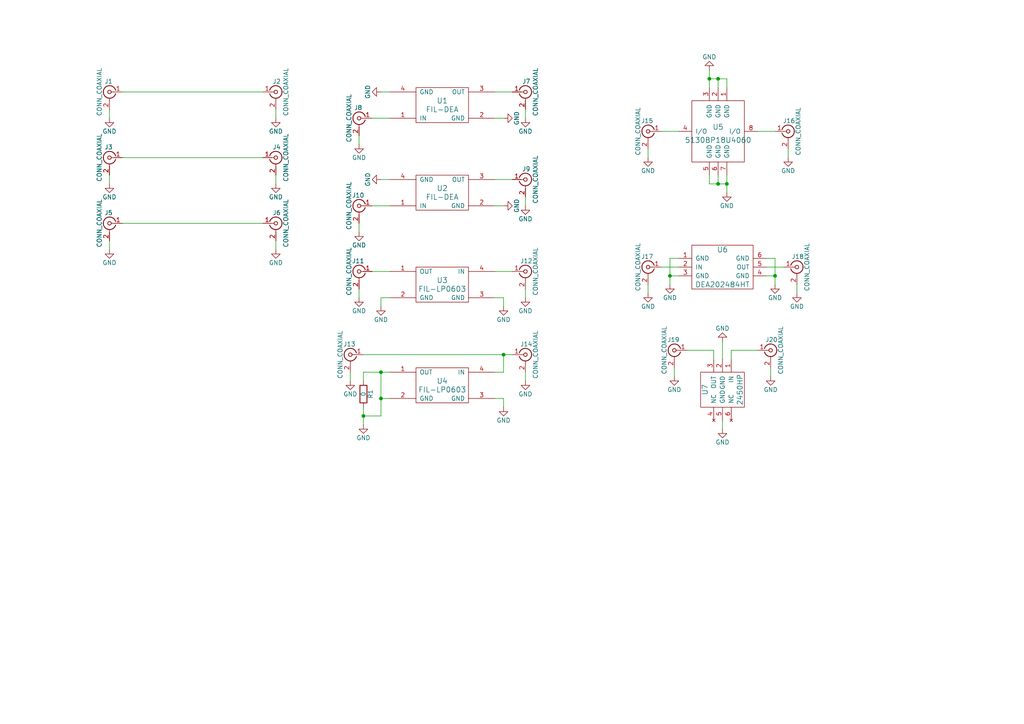
<source format=kicad_sch>
(kicad_sch (version 20230121) (generator eeschema)
  (paper "A4")
  (lib_symbols
    (symbol "filters-rescue:2450HP" (pin_names (offset 1.016))
      (property "Reference" "U" (at -5.08 0 90))
      (property "Value" "2450HP" (at 5.08 0 90))
      (symbol "2450HP_0_1"
        (rectangle (start -6.35 5.08) (end 6.35 -5.08))
      )
      (symbol "2450HP_1_1"
        (pin bidirectional line (at 2.54 8.89 270) (length 3.81) (name "IN") (number "1"))
        (pin passive line (at 0 8.89 270) (length 3.81) (name "GND") (number "2"))
        (pin bidirectional line (at -2.54 8.89 270) (length 3.81) (name "OUT") (number "3"))
        (pin no_connect line (at -2.54 -8.89 90) (length 3.81) (name "NC") (number "4"))
        (pin passive line (at 0 -8.89 90) (length 3.81) (name "GND") (number "5"))
        (pin no_connect line (at 2.54 -8.89 90) (length 3.81) (name "NC") (number "6"))
      )
    )
    (symbol "filters-rescue:5130BP18U4060" (pin_names (offset 1.016))
      (property "Reference" "U" (at 0 1.27 0))
      (property "Value" "5130BP18U4060" (at 0 -2.54 0))
      (symbol "5130BP18U4060_0_1"
        (rectangle (start -7.62 8.89) (end 7.62 -8.89))
      )
      (symbol "5130BP18U4060_1_1"
        (pin passive line (at 2.54 12.7 270) (length 3.81) (name "GND") (number "1"))
        (pin passive line (at 0 12.7 270) (length 3.81) (name "GND") (number "2"))
        (pin passive line (at -2.54 12.7 270) (length 3.81) (name "GND") (number "3"))
        (pin bidirectional line (at -11.43 0 0) (length 3.81) (name "I/O") (number "4"))
        (pin passive line (at -2.54 -12.7 90) (length 3.81) (name "GND") (number "5"))
        (pin passive line (at 0 -12.7 90) (length 3.81) (name "GND") (number "6"))
        (pin passive line (at 2.54 -12.7 90) (length 3.81) (name "GND") (number "7"))
        (pin bidirectional line (at 11.43 0 180) (length 3.81) (name "I/O") (number "8"))
      )
    )
    (symbol "filters-rescue:CONN_COAXIAL" (pin_names (offset 1.016) hide)
      (property "Reference" "J" (at 0.254 3.048 0))
      (property "Value" "CONN_COAXIAL" (at 2.921 0 90))
      (symbol "CONN_COAXIAL_0_1"
        (arc (start -1.778 -0.508) (mid 0.2311 -1.8066) (end 1.778 0) (stroke (width 0.254)))
        (polyline (pts (xy -1.27 0) (xy -0.508 0)))
        (polyline (pts (xy 0 -2.54) (xy 0 -1.778)))
        (circle (center 0 0) (radius 0.508) (stroke (width 0.2032)))
        (arc (start 1.778 0) (mid 0.2099 1.8101) (end -1.778 0.508) (stroke (width 0.254)))
      )
      (symbol "CONN_COAXIAL_1_1"
        (pin passive line (at -3.81 0 0) (length 2.54) (name "In") (number "1"))
        (pin passive line (at 0 -5.08 90) (length 2.54) (name "Ext") (number "2"))
      )
    )
    (symbol "filters-rescue:DEA202484HT" (pin_names (offset 1.016))
      (property "Reference" "U" (at -5.08 0 90))
      (property "Value" "DEA202484HT" (at 5.08 0 90))
      (symbol "DEA202484HT_0_1"
        (rectangle (start -6.35 8.89) (end 6.35 -8.89))
      )
      (symbol "DEA202484HT_1_1"
        (pin passive line (at -2.54 -12.7 90) (length 3.81) (name "GND") (number "1"))
        (pin bidirectional line (at 0 -12.7 90) (length 3.81) (name "IN") (number "2"))
        (pin passive line (at 2.54 -12.7 90) (length 3.81) (name "GND") (number "3"))
        (pin passive line (at 2.54 12.7 270) (length 3.81) (name "GND") (number "4"))
        (pin bidirectional line (at 0 12.7 270) (length 3.81) (name "OUT") (number "5"))
        (pin passive line (at -2.54 12.7 270) (length 3.81) (name "GND") (number "6"))
      )
    )
    (symbol "filters-rescue:FIL-DEA" (pin_names (offset 1.016))
      (property "Reference" "U" (at 0 1.27 0))
      (property "Value" "FIL-DEA" (at 0 -1.27 0))
      (symbol "FIL-DEA_0_1"
        (rectangle (start -7.62 5.08) (end 7.62 -5.08))
      )
      (symbol "FIL-DEA_1_1"
        (pin bidirectional line (at -15.24 -3.81 0) (length 7.62) (name "IN") (number "1"))
        (pin power_in line (at 15.24 -3.81 180) (length 7.62) (name "GND") (number "2"))
        (pin bidirectional line (at 15.24 3.81 180) (length 7.62) (name "OUT") (number "3"))
        (pin power_in line (at -15.24 3.81 0) (length 7.62) (name "GND") (number "4"))
      )
    )
    (symbol "filters-rescue:FIL-LP0603" (pin_names (offset 1.016))
      (property "Reference" "U" (at 0 1.27 0))
      (property "Value" "FIL-LP0603" (at 0 -1.27 0))
      (symbol "FIL-LP0603_0_1"
        (rectangle (start -7.62 5.08) (end 7.62 -5.08))
      )
      (symbol "FIL-LP0603_1_1"
        (pin bidirectional line (at -15.24 3.81 0) (length 7.62) (name "OUT") (number "1"))
        (pin power_in line (at -15.24 -3.81 0) (length 7.62) (name "GND") (number "2"))
        (pin power_in line (at 15.24 -3.81 180) (length 7.62) (name "GND") (number "3"))
        (pin bidirectional line (at 15.24 3.81 180) (length 7.62) (name "IN") (number "4"))
      )
    )
    (symbol "filters-rescue:GND" (power) (pin_names (offset 0))
      (property "Value" "GND" (at 0 -3.81 0))
      (symbol "GND_0_1"
        (polyline (pts (xy 0 0) (xy 0 -1.27) (xy 1.27 -1.27) (xy 0 -2.54) (xy -1.27 -1.27) (xy 0 -1.27)))
      )
      (symbol "GND_1_1"
        (pin power_in line (at 0 0 270) (length 0) hide (name "GND") (number "1"))
      )
    )
    (symbol "filters-rescue:R" (pin_numbers hide) (pin_names (offset 0))
      (property "Reference" "R" (at 2.032 0 90))
      (property "Value" "R" (at 0 0 90))
      (symbol "R_0_1"
        (rectangle (start -1.016 -2.54) (end 1.016 2.54) (stroke (width 0.254)))
      )
      (symbol "R_1_1"
        (pin passive line (at 0 3.81 270) (length 1.27) (name "~") (number "1"))
        (pin passive line (at 0 -3.81 90) (length 1.27) (name "~") (number "2"))
      )
    )
  )
  (junction (at 205.74 22.86))
  (junction (at 110.49 115.57))
  (junction (at 210.82 53.34))
  (junction (at 194.31 80.01))
  (junction (at 105.41 120.65))
  (junction (at 208.28 53.34))
  (junction (at 110.49 107.95))
  (junction (at 146.05 102.87))
  (junction (at 208.28 22.86))
  (junction (at 224.79 80.01))
  (wire (pts (xy 212.09 101.6) (xy 219.71 101.6)))
  (wire (pts (xy 104.14 41.91) (xy 104.14 39.37)))
  (wire (pts (xy 113.03 59.69) (xy 107.95 59.69)))
  (wire (pts (xy 210.82 53.34) (xy 210.82 55.88)))
  (wire (pts (xy 143.51 26.67) (xy 148.59 26.67)))
  (wire (pts (xy 196.85 77.47) (xy 191.77 77.47)))
  (wire (pts (xy 143.51 115.57) (xy 146.05 115.57)))
  (wire (pts (xy 35.56 26.67) (xy 76.2 26.67)))
  (wire (pts (xy 208.28 22.86) (xy 210.82 22.86)))
  (wire (pts (xy 208.28 50.8) (xy 208.28 53.34)))
  (wire (pts (xy 110.49 115.57) (xy 110.49 120.65)))
  (wire (pts (xy 146.05 34.29) (xy 143.51 34.29)))
  (wire (pts (xy 222.25 74.93) (xy 224.79 74.93)))
  (wire (pts (xy 195.58 109.22) (xy 195.58 106.68)))
  (wire (pts (xy 194.31 74.93) (xy 194.31 80.01)))
  (wire (pts (xy 196.85 38.1) (xy 191.77 38.1)))
  (wire (pts (xy 146.05 115.57) (xy 146.05 118.11)))
  (wire (pts (xy 152.4 31.75) (xy 152.4 34.29)))
  (wire (pts (xy 146.05 107.95) (xy 143.51 107.95)))
  (wire (pts (xy 104.14 64.77) (xy 104.14 67.31)))
  (wire (pts (xy 205.74 50.8) (xy 205.74 53.34)))
  (wire (pts (xy 31.75 53.34) (xy 31.75 50.8)))
  (wire (pts (xy 148.59 78.74) (xy 143.51 78.74)))
  (wire (pts (xy 223.52 106.68) (xy 223.52 109.22)))
  (wire (pts (xy 105.41 102.87) (xy 146.05 102.87)))
  (wire (pts (xy 205.74 22.86) (xy 208.28 22.86)))
  (wire (pts (xy 228.6 43.18) (xy 228.6 45.72)))
  (wire (pts (xy 210.82 22.86) (xy 210.82 25.4)))
  (wire (pts (xy 205.74 22.86) (xy 205.74 25.4)))
  (wire (pts (xy 110.49 120.65) (xy 105.41 120.65)))
  (wire (pts (xy 105.41 107.95) (xy 110.49 107.95)))
  (wire (pts (xy 110.49 88.9) (xy 110.49 86.36)))
  (wire (pts (xy 194.31 74.93) (xy 196.85 74.93)))
  (wire (pts (xy 152.4 86.36) (xy 152.4 83.82)))
  (wire (pts (xy 110.49 86.36) (xy 113.03 86.36)))
  (wire (pts (xy 210.82 50.8) (xy 210.82 53.34)))
  (wire (pts (xy 105.41 118.11) (xy 105.41 120.65)))
  (wire (pts (xy 208.28 25.4) (xy 208.28 22.86)))
  (wire (pts (xy 209.55 121.92) (xy 209.55 124.46)))
  (wire (pts (xy 146.05 86.36) (xy 146.05 88.9)))
  (wire (pts (xy 110.49 52.07) (xy 113.03 52.07)))
  (wire (pts (xy 224.79 74.93) (xy 224.79 80.01)))
  (wire (pts (xy 110.49 107.95) (xy 110.49 115.57)))
  (wire (pts (xy 101.6 110.49) (xy 101.6 107.95)))
  (wire (pts (xy 31.75 72.39) (xy 31.75 69.85)))
  (wire (pts (xy 110.49 115.57) (xy 113.03 115.57)))
  (wire (pts (xy 209.55 99.06) (xy 209.55 104.14)))
  (wire (pts (xy 31.75 34.29) (xy 31.75 31.75)))
  (wire (pts (xy 143.51 86.36) (xy 146.05 86.36)))
  (wire (pts (xy 113.03 34.29) (xy 107.95 34.29)))
  (wire (pts (xy 110.49 26.67) (xy 113.03 26.67)))
  (wire (pts (xy 208.28 53.34) (xy 210.82 53.34)))
  (wire (pts (xy 146.05 102.87) (xy 148.59 102.87)))
  (wire (pts (xy 107.95 78.74) (xy 113.03 78.74)))
  (wire (pts (xy 143.51 52.07) (xy 148.59 52.07)))
  (wire (pts (xy 187.96 85.09) (xy 187.96 82.55)))
  (wire (pts (xy 207.01 101.6) (xy 207.01 104.14)))
  (wire (pts (xy 152.4 57.15) (xy 152.4 59.69)))
  (wire (pts (xy 110.49 107.95) (xy 113.03 107.95)))
  (wire (pts (xy 219.71 38.1) (xy 224.79 38.1)))
  (wire (pts (xy 80.01 53.34) (xy 80.01 50.8)))
  (wire (pts (xy 194.31 80.01) (xy 194.31 82.55)))
  (wire (pts (xy 205.74 53.34) (xy 208.28 53.34)))
  (wire (pts (xy 222.25 80.01) (xy 224.79 80.01)))
  (wire (pts (xy 80.01 34.29) (xy 80.01 31.75)))
  (wire (pts (xy 105.41 120.65) (xy 105.41 123.19)))
  (wire (pts (xy 146.05 59.69) (xy 143.51 59.69)))
  (wire (pts (xy 35.56 64.77) (xy 76.2 64.77)))
  (wire (pts (xy 231.14 82.55) (xy 231.14 85.09)))
  (wire (pts (xy 105.41 107.95) (xy 105.41 110.49)))
  (wire (pts (xy 104.14 83.82) (xy 104.14 86.36)))
  (wire (pts (xy 207.01 101.6) (xy 199.39 101.6)))
  (wire (pts (xy 212.09 101.6) (xy 212.09 104.14)))
  (wire (pts (xy 224.79 80.01) (xy 224.79 82.55)))
  (wire (pts (xy 187.96 45.72) (xy 187.96 43.18)))
  (wire (pts (xy 146.05 102.87) (xy 146.05 107.95)))
  (wire (pts (xy 205.74 20.32) (xy 205.74 22.86)))
  (wire (pts (xy 152.4 110.49) (xy 152.4 107.95)))
  (wire (pts (xy 35.56 45.72) (xy 76.2 45.72)))
  (wire (pts (xy 80.01 72.39) (xy 80.01 69.85)))
  (wire (pts (xy 222.25 77.47) (xy 227.33 77.47)))
  (wire (pts (xy 196.85 80.01) (xy 194.31 80.01)))
  (symbol (lib_id "filters-rescue:FIL-DEA") (at 128.27 30.48 0) (unit 1)
    (property "Reference" "U1" (at 128.27 29.21 0) (effects (font (size 1.524 1.524))))
    (property "Value" "FIL-DEA" (at 128.27 31.75 0) (effects (font (size 1.524 1.524))))
    (property "Footprint" "gsg-modules:FIL-DEA-0603" (effects hide))
  )
  (symbol (lib_id "filters-rescue:CONN_COAXIAL") (at 80.01 64.77 0) (unit 1)
    (property "Reference" "J6" (at 80.264 61.722 0))
    (property "Value" "CONN_COAXIAL" (at 82.931 64.77 90))
    (property "Footprint" "gsg-modules:SMA-EDGE" (effects hide))
  )
  (symbol (lib_id "filters-rescue:CONN_COAXIAL") (at 31.75 64.77 0) (mirror y) (unit 1)
    (property "Reference" "J5" (at 31.496 61.722 0))
    (property "Value" "CONN_COAXIAL" (at 28.829 64.77 90))
    (property "Footprint" "gsg-modules:SMA-EDGE" (effects hide))
  )
  (symbol (lib_id "filters-rescue:FIL-LP0603") (at 128.27 82.55 0) (unit 1)
    (property "Reference" "U3" (at 128.27 81.28 0) (effects (font (size 1.524 1.524))))
    (property "Value" "FIL-LP0603" (at 128.27 83.82 0) (effects (font (size 1.524 1.524))))
    (property "Footprint" "gsg-modules:LP0603" (effects hide))
  )
  (symbol (lib_id "filters-rescue:CONN_COAXIAL") (at 104.14 34.29 0) (mirror y) (unit 1)
    (property "Reference" "J8" (at 103.886 31.242 0))
    (property "Value" "CONN_COAXIAL" (at 101.219 34.29 90))
    (property "Footprint" "gsg-modules:SMA-EDGE" (effects hide))
  )
  (symbol (lib_id "filters-rescue:CONN_COAXIAL") (at 152.4 26.67 0) (unit 1)
    (property "Reference" "J7" (at 152.654 23.622 0))
    (property "Value" "CONN_COAXIAL" (at 155.321 26.67 90))
    (property "Footprint" "gsg-modules:SMA-EDGE" (effects hide))
  )
  (symbol (lib_id "filters-rescue:CONN_COAXIAL") (at 80.01 45.72 0) (unit 1)
    (property "Reference" "J4" (at 80.264 42.672 0))
    (property "Value" "CONN_COAXIAL" (at 82.931 45.72 90))
    (property "Footprint" "gsg-modules:SMA-EDGE" (effects hide))
  )
  (symbol (lib_id "filters-rescue:CONN_COAXIAL") (at 31.75 45.72 0) (mirror y) (unit 1)
    (property "Reference" "J3" (at 31.496 42.672 0))
    (property "Value" "CONN_COAXIAL" (at 28.829 45.72 90))
    (property "Footprint" "gsg-modules:SMA-EDGE" (effects hide))
  )
  (symbol (lib_id "filters-rescue:CONN_COAXIAL") (at 80.01 26.67 0) (unit 1)
    (property "Reference" "J2" (at 80.264 23.622 0))
    (property "Value" "CONN_COAXIAL" (at 82.931 26.67 90))
    (property "Footprint" "gsg-modules:SMA-EDGE" (effects hide))
  )
  (symbol (lib_id "filters-rescue:CONN_COAXIAL") (at 31.75 26.67 0) (mirror y) (unit 1)
    (property "Reference" "J1" (at 31.496 23.622 0))
    (property "Value" "CONN_COAXIAL" (at 28.829 26.67 90))
    (property "Footprint" "gsg-modules:SMA-EDGE" (effects hide))
  )
  (symbol (lib_id "filters-rescue:FIL-DEA") (at 128.27 55.88 0) (unit 1)
    (property "Reference" "U2" (at 128.27 54.61 0) (effects (font (size 1.524 1.524))))
    (property "Value" "FIL-DEA" (at 128.27 57.15 0) (effects (font (size 1.524 1.524))))
    (property "Footprint" "gsg-modules:FIL-DEA-0603" (effects hide))
  )
  (symbol (lib_id "filters-rescue:CONN_COAXIAL") (at 104.14 59.69 0) (mirror y) (unit 1)
    (property "Reference" "J10" (at 103.886 56.642 0))
    (property "Value" "CONN_COAXIAL" (at 101.219 59.69 90))
    (property "Footprint" "gsg-modules:SMA-EDGE" (effects hide))
  )
  (symbol (lib_id "filters-rescue:CONN_COAXIAL") (at 152.4 52.07 0) (unit 1)
    (property "Reference" "J9" (at 152.654 49.022 0))
    (property "Value" "CONN_COAXIAL" (at 155.321 52.07 90))
    (property "Footprint" "gsg-modules:SMA-EDGE" (effects hide))
  )
  (symbol (lib_id "filters-rescue:CONN_COAXIAL") (at 104.14 78.74 0) (mirror y) (unit 1)
    (property "Reference" "J11" (at 103.886 75.692 0))
    (property "Value" "CONN_COAXIAL" (at 101.219 78.74 90))
    (property "Footprint" "gsg-modules:SMA-EDGE" (effects hide))
  )
  (symbol (lib_id "filters-rescue:CONN_COAXIAL") (at 152.4 78.74 0) (unit 1)
    (property "Reference" "J12" (at 152.654 75.692 0))
    (property "Value" "CONN_COAXIAL" (at 155.321 78.74 90))
    (property "Footprint" "gsg-modules:SMA-EDGE" (effects hide))
  )
  (symbol (lib_id "filters-rescue:FIL-LP0603") (at 128.27 111.76 0) (unit 1)
    (property "Reference" "U4" (at 128.27 110.49 0) (effects (font (size 1.524 1.524))))
    (property "Value" "FIL-LP0603" (at 128.27 113.03 0) (effects (font (size 1.524 1.524))))
    (property "Footprint" "gsg-modules:LP0603" (effects hide))
  )
  (symbol (lib_id "filters-rescue:CONN_COAXIAL") (at 101.6 102.87 0) (mirror y) (unit 1)
    (property "Reference" "J13" (at 101.346 99.822 0))
    (property "Value" "CONN_COAXIAL" (at 98.679 102.87 90))
    (property "Footprint" "gsg-modules:SMA-EDGE" (effects hide))
  )
  (symbol (lib_id "filters-rescue:CONN_COAXIAL") (at 152.4 102.87 0) (unit 1)
    (property "Reference" "J14" (at 152.654 99.822 0))
    (property "Value" "CONN_COAXIAL" (at 155.321 102.87 90))
    (property "Footprint" "gsg-modules:SMA-EDGE" (effects hide))
  )
  (symbol (lib_id "filters-rescue:GND") (at 105.41 123.19 0) (unit 1)
    (property "Reference" "#PWR01" (effects hide))
    (property "Value" "GND" (at 105.41 127 0))
  )
  (symbol (lib_id "filters-rescue:GND") (at 146.05 118.11 0) (unit 1)
    (property "Reference" "#PWR02" (effects hide))
    (property "Value" "GND" (at 146.05 121.92 0))
  )
  (symbol (lib_id "filters-rescue:GND") (at 152.4 110.49 0) (unit 1)
    (property "Reference" "#PWR03" (effects hide))
    (property "Value" "GND" (at 152.4 114.3 0))
  )
  (symbol (lib_id "filters-rescue:GND") (at 101.6 110.49 0) (unit 1)
    (property "Reference" "#PWR04" (effects hide))
    (property "Value" "GND" (at 101.6 114.3 0))
  )
  (symbol (lib_id "filters-rescue:GND") (at 104.14 86.36 0) (unit 1)
    (property "Reference" "#PWR05" (effects hide))
    (property "Value" "GND" (at 104.14 90.17 0))
  )
  (symbol (lib_id "filters-rescue:GND") (at 152.4 86.36 0) (unit 1)
    (property "Reference" "#PWR06" (effects hide))
    (property "Value" "GND" (at 152.4 90.17 0))
  )
  (symbol (lib_id "filters-rescue:GND") (at 146.05 88.9 0) (unit 1)
    (property "Reference" "#PWR07" (effects hide))
    (property "Value" "GND" (at 146.05 92.71 0))
  )
  (symbol (lib_id "filters-rescue:GND") (at 110.49 88.9 0) (unit 1)
    (property "Reference" "#PWR08" (effects hide))
    (property "Value" "GND" (at 110.49 92.71 0))
  )
  (symbol (lib_id "filters-rescue:GND") (at 152.4 59.69 0) (unit 1)
    (property "Reference" "#PWR09" (effects hide))
    (property "Value" "GND" (at 152.4 63.5 0))
  )
  (symbol (lib_id "filters-rescue:GND") (at 104.14 67.31 0) (unit 1)
    (property "Reference" "#PWR010" (effects hide))
    (property "Value" "GND" (at 104.14 71.12 0))
  )
  (symbol (lib_id "filters-rescue:GND") (at 146.05 59.69 90) (unit 1)
    (property "Reference" "#PWR011" (effects hide))
    (property "Value" "GND" (at 149.86 59.69 0))
  )
  (symbol (lib_id "filters-rescue:GND") (at 110.49 52.07 270) (unit 1)
    (property "Reference" "#PWR012" (effects hide))
    (property "Value" "GND" (at 106.68 52.07 0))
  )
  (symbol (lib_id "filters-rescue:GND") (at 146.05 34.29 90) (unit 1)
    (property "Reference" "#PWR013" (effects hide))
    (property "Value" "GND" (at 149.86 34.29 0))
  )
  (symbol (lib_id "filters-rescue:GND") (at 110.49 26.67 270) (unit 1)
    (property "Reference" "#PWR014" (effects hide))
    (property "Value" "GND" (at 106.68 26.67 0))
  )
  (symbol (lib_id "filters-rescue:GND") (at 152.4 34.29 0) (unit 1)
    (property "Reference" "#PWR015" (effects hide))
    (property "Value" "GND" (at 152.4 38.1 0))
  )
  (symbol (lib_id "filters-rescue:GND") (at 104.14 41.91 0) (unit 1)
    (property "Reference" "#PWR016" (effects hide))
    (property "Value" "GND" (at 104.14 45.72 0))
  )
  (symbol (lib_id "filters-rescue:GND") (at 31.75 72.39 0) (unit 1)
    (property "Reference" "#PWR017" (effects hide))
    (property "Value" "GND" (at 31.75 76.2 0))
  )
  (symbol (lib_id "filters-rescue:GND") (at 80.01 72.39 0) (unit 1)
    (property "Reference" "#PWR018" (effects hide))
    (property "Value" "GND" (at 80.01 76.2 0))
  )
  (symbol (lib_id "filters-rescue:GND") (at 80.01 53.34 0) (unit 1)
    (property "Reference" "#PWR019" (effects hide))
    (property "Value" "GND" (at 80.01 57.15 0))
  )
  (symbol (lib_id "filters-rescue:GND") (at 80.01 34.29 0) (unit 1)
    (property "Reference" "#PWR020" (effects hide))
    (property "Value" "GND" (at 80.01 38.1 0))
  )
  (symbol (lib_id "filters-rescue:GND") (at 31.75 53.34 0) (unit 1)
    (property "Reference" "#PWR021" (effects hide))
    (property "Value" "GND" (at 31.75 57.15 0))
  )
  (symbol (lib_id "filters-rescue:GND") (at 31.75 34.29 0) (unit 1)
    (property "Reference" "#PWR022" (effects hide))
    (property "Value" "GND" (at 31.75 38.1 0))
  )
  (symbol (lib_id "filters-rescue:R") (at 105.41 114.3 0) (unit 1)
    (property "Reference" "R1" (at 107.442 114.3 90))
    (property "Value" "0" (at 105.41 114.3 90))
    (property "Footprint" "gsg-modules:0402" (effects hide))
  )
  (symbol (lib_id "filters-rescue:5130BP18U4060") (at 208.28 38.1 0) (unit 1)
    (property "Reference" "U5" (at 208.28 36.83 0) (effects (font (size 1.524 1.524))))
    (property "Value" "5130BP18U4060" (at 208.28 40.64 0) (effects (font (size 1.524 1.524))))
    (property "Footprint" "gsg-modules:5130BP18U4060" (effects hide))
  )
  (symbol (lib_id "filters-rescue:CONN_COAXIAL") (at 187.96 38.1 0) (mirror y) (unit 1)
    (property "Reference" "J15" (at 187.706 35.052 0))
    (property "Value" "CONN_COAXIAL" (at 185.039 38.1 90))
    (property "Footprint" "gsg-modules:SMA-EDGE" (effects hide))
  )
  (symbol (lib_id "filters-rescue:GND") (at 187.96 45.72 0) (unit 1)
    (property "Reference" "#PWR023" (effects hide))
    (property "Value" "GND" (at 187.96 49.53 0))
  )
  (symbol (lib_id "filters-rescue:CONN_COAXIAL") (at 228.6 38.1 0) (unit 1)
    (property "Reference" "J16" (at 228.854 35.052 0))
    (property "Value" "CONN_COAXIAL" (at 231.521 38.1 90))
    (property "Footprint" "gsg-modules:SMA-EDGE" (effects hide))
  )
  (symbol (lib_id "filters-rescue:GND") (at 210.82 55.88 0) (unit 1)
    (property "Reference" "#PWR024" (effects hide))
    (property "Value" "GND" (at 210.82 59.69 0))
  )
  (symbol (lib_id "filters-rescue:GND") (at 228.6 45.72 0) (unit 1)
    (property "Reference" "#PWR025" (effects hide))
    (property "Value" "GND" (at 228.6 49.53 0))
  )
  (symbol (lib_id "filters-rescue:GND") (at 205.74 20.32 180) (unit 1)
    (property "Reference" "#PWR026" (effects hide))
    (property "Value" "GND" (at 205.74 16.51 0))
  )
  (symbol (lib_id "filters-rescue:DEA202484HT") (at 209.55 77.47 270) (unit 1)
    (property "Reference" "U6" (at 209.55 72.39 90) (effects (font (size 1.524 1.524))))
    (property "Value" "DEA202484HT" (at 209.55 82.55 90) (effects (font (size 1.524 1.524))))
    (property "Footprint" "gsg-modules:DEA202484HT" (effects hide))
  )
  (symbol (lib_id "filters-rescue:CONN_COAXIAL") (at 187.96 77.47 0) (mirror y) (unit 1)
    (property "Reference" "J17" (at 187.706 74.422 0))
    (property "Value" "CONN_COAXIAL" (at 185.039 77.47 90))
    (property "Footprint" "gsg-modules:SMA-EDGE" (effects hide))
  )
  (symbol (lib_id "filters-rescue:GND") (at 187.96 85.09 0) (unit 1)
    (property "Reference" "#PWR027" (effects hide))
    (property "Value" "GND" (at 187.96 88.9 0))
  )
  (symbol (lib_id "filters-rescue:CONN_COAXIAL") (at 231.14 77.47 0) (unit 1)
    (property "Reference" "J18" (at 231.394 74.422 0))
    (property "Value" "CONN_COAXIAL" (at 234.061 77.47 90))
    (property "Footprint" "gsg-modules:SMA-EDGE" (effects hide))
  )
  (symbol (lib_id "filters-rescue:GND") (at 231.14 85.09 0) (unit 1)
    (property "Reference" "#PWR028" (effects hide))
    (property "Value" "GND" (at 231.14 88.9 0))
  )
  (symbol (lib_id "filters-rescue:GND") (at 194.31 82.55 0) (unit 1)
    (property "Reference" "#PWR029" (effects hide))
    (property "Value" "GND" (at 194.31 86.36 0))
  )
  (symbol (lib_id "filters-rescue:GND") (at 224.79 82.55 0) (unit 1)
    (property "Reference" "#PWR030" (effects hide))
    (property "Value" "GND" (at 224.79 86.36 0))
  )
  (symbol (lib_id "filters-rescue:2450HP") (at 209.55 113.03 0) (unit 1)
    (property "Reference" "U7" (at 204.47 113.03 90) (effects (font (size 1.524 1.524))))
    (property "Value" "2450HP" (at 214.63 113.03 90) (effects (font (size 1.524 1.524))))
    (property "Footprint" "gsg-modules:2500BL14M100" (effects hide))
  )
  (symbol (lib_id "filters-rescue:CONN_COAXIAL") (at 195.58 101.6 0) (mirror y) (unit 1)
    (property "Reference" "J19" (at 195.326 98.552 0))
    (property "Value" "CONN_COAXIAL" (at 192.659 101.6 90))
    (property "Footprint" "gsg-modules:SMA-EDGE" (effects hide))
  )
  (symbol (lib_id "filters-rescue:GND") (at 195.58 109.22 0) (unit 1)
    (property "Reference" "#PWR031" (effects hide))
    (property "Value" "GND" (at 195.58 113.03 0))
  )
  (symbol (lib_id "filters-rescue:CONN_COAXIAL") (at 223.52 101.6 0) (unit 1)
    (property "Reference" "J20" (at 223.774 98.552 0))
    (property "Value" "CONN_COAXIAL" (at 226.441 101.6 90))
    (property "Footprint" "gsg-modules:SMA-EDGE" (effects hide))
  )
  (symbol (lib_id "filters-rescue:GND") (at 223.52 109.22 0) (unit 1)
    (property "Reference" "#PWR032" (effects hide))
    (property "Value" "GND" (at 223.52 113.03 0))
  )
  (symbol (lib_id "filters-rescue:GND") (at 209.55 99.06 180) (unit 1)
    (property "Reference" "#PWR033" (effects hide))
    (property "Value" "GND" (at 209.55 95.25 0))
  )
  (symbol (lib_id "filters-rescue:GND") (at 209.55 124.46 0) (unit 1)
    (property "Reference" "#PWR034" (effects hide))
    (property "Value" "GND" (at 209.55 128.27 0))
  )
)
</source>
